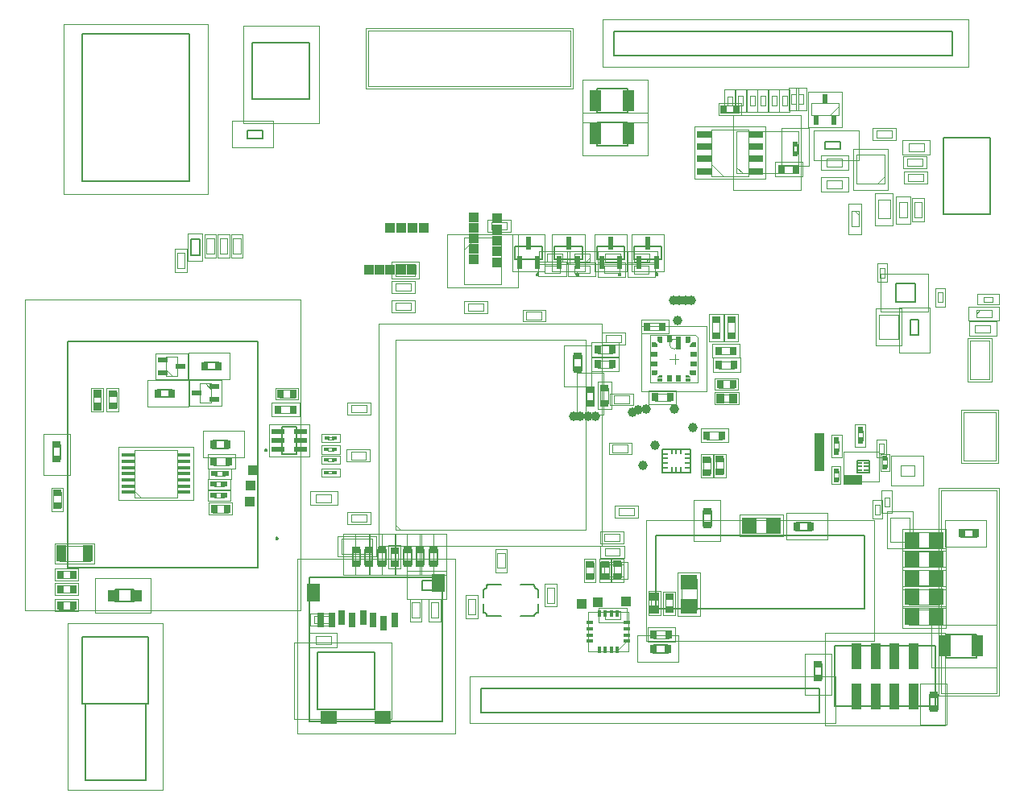
<source format=gbp>
%FSTAX23Y23*%
%MOIN*%
%SFA1B1*%

%IPPOS*%
%AMD154*
4,1,8,0.023800,0.011400,-0.023800,0.011400,-0.026600,0.008700,-0.026600,-0.008700,-0.023800,-0.011400,0.023800,-0.011400,0.026600,-0.008700,0.026600,0.008700,0.023800,0.011400,0.0*
1,1,0.005512,0.023800,0.008700*
1,1,0.005512,-0.023800,0.008700*
1,1,0.005512,-0.023800,-0.008700*
1,1,0.005512,0.023800,-0.008700*
%
%AMD156*
4,1,8,-0.011600,0.023200,-0.011600,-0.023200,-0.008900,-0.026000,0.008900,-0.026000,0.011600,-0.023200,0.011600,0.023200,0.008900,0.026000,-0.008900,0.026000,-0.011600,0.023200,0.0*
1,1,0.005512,-0.008900,0.023200*
1,1,0.005512,-0.008900,-0.023200*
1,1,0.005512,0.008900,-0.023200*
1,1,0.005512,0.008900,0.023200*
%
%ADD10C,0.007874*%
%ADD14C,0.003937*%
%ADD15C,0.005118*%
%ADD16C,0.007874*%
%ADD18C,0.000000*%
%ADD19C,0.001969*%
%ADD20R,0.031496X0.037401*%
%ADD21R,0.060236X0.025591*%
%ADD27R,0.039370X0.039370*%
%ADD29C,0.039370*%
%ADD33R,0.035433X0.025591*%
%ADD34R,0.023622X0.029527*%
%ADD36R,0.031496X0.037008*%
%ADD40R,0.037401X0.031496*%
%ADD43R,0.037008X0.031496*%
%ADD49R,0.025591X0.035433*%
%ADD50R,0.037008X0.031890*%
%ADD57R,0.029527X0.023622*%
%ADD136R,0.045275X0.045275*%
%ADD144R,0.062992X0.068898*%
%ADD145R,0.049212X0.090551*%
%ADD146R,0.068898X0.062992*%
%ADD147R,0.027559X0.019685*%
%ADD148R,0.019685X0.027559*%
%ADD149R,0.015748X0.019685*%
%ADD150R,0.019685X0.015748*%
%ADD151R,0.021654X0.027559*%
%ADD152R,0.021654X0.055118*%
%ADD153R,0.039370X0.108268*%
G04~CAMADD=154~8~0.0~0.0~531.5~228.3~27.6~0.0~15~0.0~0.0~0.0~0.0~0~0.0~0.0~0.0~0.0~0~0.0~0.0~0.0~0.0~531.5~228.3*
%ADD154D154*%
%ADD155R,0.019685X0.018898*%
G04~CAMADD=156~8~0.0~0.0~519.7~232.3~27.6~0.0~15~0.0~0.0~0.0~0.0~0~0.0~0.0~0.0~0.0~0~0.0~0.0~0.0~90.0~232.0~520.0*
%ADD156D156*%
%ADD157R,0.023622X0.041339*%
%ADD158R,0.058268X0.017716*%
%ADD159R,0.031496X0.059055*%
%ADD160R,0.055118X0.074803*%
%ADD161R,0.070866X0.055118*%
%ADD162R,0.027953X0.011811*%
%ADD163R,0.011811X0.027953*%
%ADD164R,0.018898X0.009843*%
%ADD165R,0.009843X0.018898*%
%ADD166R,0.020866X0.011024*%
%ADD167R,0.024409X0.023622*%
%ADD168R,0.024803X0.015748*%
%ADD169R,0.039370X0.021654*%
%ADD170R,0.042126X0.071653*%
%ADD171R,0.034252X0.040157*%
%ADD172R,0.040157X0.034252*%
%LNshm_pcb-1*%
%LPD*%
G36*
X02626Y01471D02*
X02619Y01464D01*
X02615*
Y01484*
X02626*
Y01471*
G37*
G36*
X02644Y01454D02*
X02625D01*
Y0146*
X02631Y01466*
X02644*
Y01454*
G37*
G36*
X02772Y01464D02*
X02766D01*
X0276Y0147*
Y01484*
X02772*
Y01464*
G37*
G36*
X02755Y01466D02*
X02762Y01459D01*
Y01454*
X02743*
Y01466*
X02755*
G37*
G36*
X02644Y016D02*
X02632D01*
X02625Y01607*
Y01612*
X02644*
Y016*
G37*
G36*
X02626Y01596D02*
Y01582D01*
X02615*
Y01602*
X0262*
X02626Y01596*
G37*
G36*
X02762Y01606D02*
X02756Y016D01*
X02743*
Y01612*
X02762*
Y01606*
G37*
G36*
X02772Y01582D02*
X0276D01*
X02761Y01595*
X02768Y01602*
X02772*
Y01582*
G37*
G54D10*
X01055Y0079D02*
D01*
X01055Y0079*
X01055Y00791*
X01055Y00791*
X01054Y00791*
X01054Y00791*
X01054Y00792*
X01054Y00792*
X01054Y00792*
X01054Y00792*
X01054Y00793*
X01054Y00793*
X01053Y00793*
X01053Y00793*
X01053Y00793*
X01053Y00793*
X01052Y00794*
X01052Y00794*
X01052Y00794*
X01052Y00794*
X01051Y00794*
X01051Y00794*
X01051Y00794*
X01051*
X0105Y00794*
X0105Y00794*
X0105Y00794*
X01049Y00794*
X01049Y00794*
X01049Y00794*
X01049Y00793*
X01048Y00793*
X01048Y00793*
X01048Y00793*
X01048Y00793*
X01048Y00793*
X01047Y00792*
X01047Y00792*
X01047Y00792*
X01047Y00792*
X01047Y00791*
X01047Y00791*
X01047Y00791*
X01047Y00791*
X01047Y0079*
X01047Y0079*
X01047Y0079*
X01047Y0079*
X01047Y00789*
X01047Y00789*
X01047Y00789*
X01047Y00788*
X01047Y00788*
X01047Y00788*
X01047Y00788*
X01048Y00788*
X01048Y00787*
X01048Y00787*
X01048Y00787*
X01048Y00787*
X01049Y00787*
X01049Y00787*
X01049Y00786*
X01049Y00786*
X0105Y00786*
X0105Y00786*
X0105Y00786*
X01051Y00786*
X01051*
X01051Y00786*
X01051Y00786*
X01052Y00786*
X01052Y00786*
X01052Y00786*
X01052Y00787*
X01053Y00787*
X01053Y00787*
X01053Y00787*
X01053Y00787*
X01054Y00787*
X01054Y00788*
X01054Y00788*
X01054Y00788*
X01054Y00788*
X01054Y00788*
X01054Y00789*
X01054Y00789*
X01055Y00789*
X01055Y0079*
X01055Y0079*
X01055Y0079*
X01009Y01156D02*
D01*
X01009Y01156*
X01009Y01157*
X01009Y01157*
X01009Y01157*
X01009Y01158*
X01009Y01158*
X01009Y01158*
X01009Y01158*
X01009Y01159*
X01008Y01159*
X01008Y01159*
X01008Y01159*
X01008Y01159*
X01008Y01159*
X01007Y0116*
X01007Y0116*
X01007Y0116*
X01007Y0116*
X01006Y0116*
X01006Y0116*
X01006Y0116*
X01006Y0116*
X01005*
X01005Y0116*
X01005Y0116*
X01004Y0116*
X01004Y0116*
X01004Y0116*
X01004Y0116*
X01003Y0116*
X01003Y01159*
X01003Y01159*
X01003Y01159*
X01003Y01159*
X01002Y01159*
X01002Y01159*
X01002Y01158*
X01002Y01158*
X01002Y01158*
X01002Y01158*
X01002Y01157*
X01002Y01157*
X01002Y01157*
X01001Y01156*
X01001Y01156*
X01001Y01156*
X01002Y01156*
X01002Y01155*
X01002Y01155*
X01002Y01155*
X01002Y01155*
X01002Y01154*
X01002Y01154*
X01002Y01154*
X01002Y01154*
X01003Y01153*
X01003Y01153*
X01003Y01153*
X01003Y01153*
X01003Y01153*
X01004Y01153*
X01004Y01153*
X01004Y01152*
X01004Y01152*
X01005Y01152*
X01005Y01152*
X01005Y01152*
X01006*
X01006Y01152*
X01006Y01152*
X01006Y01152*
X01007Y01152*
X01007Y01153*
X01007Y01153*
X01007Y01153*
X01008Y01153*
X01008Y01153*
X01008Y01153*
X01008Y01153*
X01008Y01154*
X01009Y01154*
X01009Y01154*
X01009Y01154*
X01009Y01155*
X01009Y01155*
X01009Y01155*
X01009Y01155*
X01009Y01156*
X01009Y01156*
X01009Y01156*
X02133Y01883D02*
D01*
X02133Y01883*
X02133Y01884*
X02132Y01884*
X02132Y01884*
X02132Y01884*
X02132Y01885*
X02132Y01885*
X02132Y01885*
X02132Y01885*
X02132Y01885*
X02131Y01886*
X02131Y01886*
X02131Y01886*
X02131Y01886*
X02131Y01886*
X0213Y01887*
X0213Y01887*
X0213Y01887*
X0213Y01887*
X02129Y01887*
X02129Y01887*
X02129Y01887*
X02128*
X02128Y01887*
X02128Y01887*
X02128Y01887*
X02127Y01887*
X02127Y01887*
X02127Y01887*
X02127Y01886*
X02126Y01886*
X02126Y01886*
X02126Y01886*
X02126Y01886*
X02126Y01885*
X02125Y01885*
X02125Y01885*
X02125Y01885*
X02125Y01885*
X02125Y01884*
X02125Y01884*
X02125Y01884*
X02125Y01884*
X02125Y01883*
X02125Y01883*
X02125Y01883*
X02125Y01882*
X02125Y01882*
X02125Y01882*
X02125Y01882*
X02125Y01881*
X02125Y01881*
X02125Y01881*
X02125Y01881*
X02126Y0188*
X02126Y0188*
X02126Y0188*
X02126Y0188*
X02126Y0188*
X02127Y0188*
X02127Y01879*
X02127Y01879*
X02127Y01879*
X02128Y01879*
X02128Y01879*
X02128Y01879*
X02128Y01879*
X02129*
X02129Y01879*
X02129Y01879*
X0213Y01879*
X0213Y01879*
X0213Y01879*
X0213Y01879*
X02131Y0188*
X02131Y0188*
X02131Y0188*
X02131Y0188*
X02131Y0188*
X02132Y0188*
X02132Y01881*
X02132Y01881*
X02132Y01881*
X02132Y01881*
X02132Y01882*
X02132Y01882*
X02132Y01882*
X02133Y01882*
X02133Y01883*
X02133Y01883*
X02298D02*
D01*
X02298Y01883*
X02298Y01884*
X02298Y01884*
X02298Y01884*
X02298Y01884*
X02298Y01885*
X02297Y01885*
X02297Y01885*
X02297Y01885*
X02297Y01885*
X02297Y01886*
X02297Y01886*
X02296Y01886*
X02296Y01886*
X02296Y01886*
X02296Y01887*
X02295Y01887*
X02295Y01887*
X02295Y01887*
X02295Y01887*
X02294Y01887*
X02294Y01887*
X02294*
X02294Y01887*
X02293Y01887*
X02293Y01887*
X02293Y01887*
X02293Y01887*
X02292Y01887*
X02292Y01886*
X02292Y01886*
X02292Y01886*
X02291Y01886*
X02291Y01886*
X02291Y01885*
X02291Y01885*
X02291Y01885*
X02291Y01885*
X0229Y01885*
X0229Y01884*
X0229Y01884*
X0229Y01884*
X0229Y01884*
X0229Y01883*
X0229Y01883*
X0229Y01883*
X0229Y01882*
X0229Y01882*
X0229Y01882*
X0229Y01882*
X0229Y01881*
X02291Y01881*
X02291Y01881*
X02291Y01881*
X02291Y0188*
X02291Y0188*
X02291Y0188*
X02292Y0188*
X02292Y0188*
X02292Y0188*
X02292Y01879*
X02293Y01879*
X02293Y01879*
X02293Y01879*
X02293Y01879*
X02294Y01879*
X02294Y01879*
X02294*
X02294Y01879*
X02295Y01879*
X02295Y01879*
X02295Y01879*
X02295Y01879*
X02296Y01879*
X02296Y0188*
X02296Y0188*
X02296Y0188*
X02297Y0188*
X02297Y0188*
X02297Y0188*
X02297Y01881*
X02297Y01881*
X02297Y01881*
X02298Y01881*
X02298Y01882*
X02298Y01882*
X02298Y01882*
X02298Y01882*
X02298Y01883*
X02298Y01883*
X02473D02*
D01*
X02473Y01883*
X02473Y01884*
X02473Y01884*
X02473Y01884*
X02473Y01884*
X02473Y01885*
X02473Y01885*
X02473Y01885*
X02472Y01885*
X02472Y01885*
X02472Y01886*
X02472Y01886*
X02472Y01886*
X02471Y01886*
X02471Y01886*
X02471Y01887*
X02471Y01887*
X0247Y01887*
X0247Y01887*
X0247Y01887*
X0247Y01887*
X02469Y01887*
X02469*
X02469Y01887*
X02469Y01887*
X02468Y01887*
X02468Y01887*
X02468Y01887*
X02467Y01887*
X02467Y01886*
X02467Y01886*
X02467Y01886*
X02467Y01886*
X02466Y01886*
X02466Y01885*
X02466Y01885*
X02466Y01885*
X02466Y01885*
X02466Y01885*
X02465Y01884*
X02465Y01884*
X02465Y01884*
X02465Y01884*
X02465Y01883*
X02465Y01883*
X02465Y01883*
X02465Y01882*
X02465Y01882*
X02465Y01882*
X02465Y01882*
X02466Y01881*
X02466Y01881*
X02466Y01881*
X02466Y01881*
X02466Y0188*
X02466Y0188*
X02467Y0188*
X02467Y0188*
X02467Y0188*
X02467Y0188*
X02467Y01879*
X02468Y01879*
X02468Y01879*
X02468Y01879*
X02469Y01879*
X02469Y01879*
X02469Y01879*
X02469*
X0247Y01879*
X0247Y01879*
X0247Y01879*
X0247Y01879*
X02471Y01879*
X02471Y01879*
X02471Y0188*
X02471Y0188*
X02472Y0188*
X02472Y0188*
X02472Y0188*
X02472Y0188*
X02472Y01881*
X02473Y01881*
X02473Y01881*
X02473Y01881*
X02473Y01882*
X02473Y01882*
X02473Y01882*
X02473Y01882*
X02473Y01883*
X02473Y01883*
X02626D02*
D01*
X02626Y01883*
X02626Y01884*
X02626Y01884*
X02626Y01884*
X02626Y01884*
X02626Y01885*
X02625Y01885*
X02625Y01885*
X02625Y01885*
X02625Y01885*
X02625Y01886*
X02625Y01886*
X02624Y01886*
X02624Y01886*
X02624Y01886*
X02624Y01887*
X02623Y01887*
X02623Y01887*
X02623Y01887*
X02623Y01887*
X02622Y01887*
X02622Y01887*
X02622*
X02622Y01887*
X02621Y01887*
X02621Y01887*
X02621Y01887*
X0262Y01887*
X0262Y01887*
X0262Y01886*
X0262Y01886*
X0262Y01886*
X02619Y01886*
X02619Y01886*
X02619Y01885*
X02619Y01885*
X02619Y01885*
X02618Y01885*
X02618Y01885*
X02618Y01884*
X02618Y01884*
X02618Y01884*
X02618Y01884*
X02618Y01883*
X02618Y01883*
X02618Y01883*
X02618Y01882*
X02618Y01882*
X02618Y01882*
X02618Y01882*
X02618Y01881*
X02618Y01881*
X02619Y01881*
X02619Y01881*
X02619Y0188*
X02619Y0188*
X02619Y0188*
X0262Y0188*
X0262Y0188*
X0262Y0188*
X0262Y01879*
X0262Y01879*
X02621Y01879*
X02621Y01879*
X02621Y01879*
X02622Y01879*
X02622Y01879*
X02622*
X02622Y01879*
X02623Y01879*
X02623Y01879*
X02623Y01879*
X02623Y01879*
X02624Y01879*
X02624Y0188*
X02624Y0188*
X02624Y0188*
X02625Y0188*
X02625Y0188*
X02625Y0188*
X02625Y01881*
X02625Y01881*
X02625Y01881*
X02626Y01881*
X02626Y01882*
X02626Y01882*
X02626Y01882*
X02626Y01882*
X02626Y01883*
X02626Y01883*
X00381Y00529D02*
Y00578D01*
X0046*
Y00529D02*
Y00578D01*
X00381Y00529D02*
X0046D01*
X03752Y00083D02*
X03784D01*
X03752D02*
Y00146D01*
X03784*
Y00083D02*
Y00146D01*
X03274Y00208D02*
X03305D01*
X03274D02*
Y00271D01*
X03305*
Y00208D02*
Y00271D01*
X03261Y00823D02*
Y00855D01*
X03198Y00823D02*
X03261D01*
X03198D02*
Y00855D01*
X03261*
X02816Y00843D02*
X02847D01*
X02816D02*
Y00906D01*
X02847*
Y00843D02*
Y00906D01*
X0382Y00393D02*
X03945D01*
X0382Y00295D02*
Y00393D01*
Y00295D02*
X03945D01*
Y00393*
X02375Y02651D02*
X02501D01*
X02375Y02553D02*
Y02651D01*
Y02553D02*
X02501D01*
Y02651*
X02375Y02513D02*
X02501D01*
X02375Y02415D02*
Y02513D01*
Y02415D02*
X02501D01*
Y02513*
X01895Y0007D02*
X03295D01*
X01895D02*
Y0017D01*
X03295*
Y0007D02*
Y0017D01*
X02446Y02789D02*
X03846D01*
X02446D02*
Y02889D01*
X03846*
Y02789D02*
Y02889D01*
X0262Y00803D02*
X03482D01*
X0262Y00499D02*
Y00803D01*
Y00499D02*
X03482D01*
Y00803*
X02311Y01485D02*
Y01548D01*
X0228D02*
X02311D01*
X0228Y01485D02*
Y01548D01*
Y01485D02*
X02311D01*
X02331Y01345D02*
Y01408D01*
Y01345D02*
X02363D01*
Y01408*
X02331D02*
X02363D01*
X00257Y-00213D02*
Y00105D01*
Y-00213D02*
X00507D01*
Y00105*
X00244D02*
Y00381D01*
X00519*
Y00105D02*
Y00381D01*
X00244Y00105D02*
X00519D01*
X03776Y00096D02*
Y00344D01*
X03357Y00096D02*
X03776D01*
X03357D02*
Y00344D01*
X03776*
X03881Y00795D02*
X03944D01*
Y00826*
X03881D02*
X03944D01*
X03881Y00795D02*
Y00826D01*
X03613Y01846D02*
X03692D01*
X03613Y01767D02*
Y01846D01*
Y01767D02*
X03692D01*
Y01846*
X03673Y01633D02*
X03704D01*
Y01696*
X03673D02*
X03704D01*
X03673Y01633D02*
Y01696D01*
X0122Y00318D02*
X01456D01*
Y00082D02*
Y00318D01*
X0122Y00082D02*
X01456D01*
X0122D02*
Y00318D01*
X03807Y02133D02*
Y02448D01*
X04003*
Y02133D02*
Y02448D01*
X03807Y02133D02*
X04003D01*
X03187Y02421D02*
X03206D01*
Y02381D02*
Y02421D01*
X03187Y02381D02*
X03206D01*
X03187D02*
Y02421D01*
X00687Y0227D02*
Y02877D01*
X00246D02*
X00687D01*
X00246Y0227D02*
Y02877D01*
Y0227D02*
X00687D01*
X0095Y02607D02*
Y02843D01*
X01186*
Y02607D02*
Y02843D01*
X0095Y02607D02*
X01186D01*
X0093Y02478D02*
X00993D01*
Y02446D02*
Y02478D01*
X0093Y02446D02*
X00993D01*
X0093D02*
Y02478D01*
X03383Y02401D02*
Y02433D01*
X0332D02*
X03383D01*
X0332Y02401D02*
Y02433D01*
Y02401D02*
X03383D01*
X00849Y01163D02*
Y01195D01*
X00786Y01163D02*
X00849D01*
X00786D02*
Y01195D01*
X00849*
X01185Y0063D02*
X01736D01*
Y00031D02*
Y0063D01*
X01185Y00031D02*
X01736D01*
X01185D02*
Y0063D01*
X0075Y01487D02*
X00812D01*
Y01518*
X0075D02*
X00812D01*
X0075Y01487D02*
Y01518D01*
X00125Y01117D02*
X00156D01*
X00125D02*
Y0118D01*
X00156*
Y01117D02*
Y0118D01*
X00619Y01374D02*
Y01405D01*
X00555Y01374D02*
X00619D01*
X00555D02*
Y01405D01*
X00619*
X02607Y00316D02*
X0267D01*
Y00348*
X02607D02*
X0267D01*
X02607Y00316D02*
Y00348D01*
X01627Y00681D02*
Y00744D01*
Y00681D02*
X01659D01*
Y00744*
X01627D02*
X01659D01*
X01683D02*
X01714D01*
Y00681D02*
Y00744D01*
X01683Y00681D02*
X01714D01*
X01683D02*
Y00744D01*
X01364D02*
X01395D01*
Y00681D02*
Y00744D01*
X01364Y00681D02*
X01395D01*
X01364D02*
Y00744D01*
X01576D02*
X01608D01*
Y00681D02*
Y00744D01*
X01576Y00681D02*
X01608D01*
X01576D02*
Y00744D01*
X02644Y0116D02*
X02762D01*
X02644Y01062D02*
Y0116D01*
Y01062D02*
X02762D01*
Y0116*
X01651Y00616D02*
X01714D01*
Y00576D02*
Y00616D01*
X01651Y00576D02*
X01714D01*
X01651D02*
Y00616D01*
X03451Y01063D02*
X03502D01*
X03451D02*
Y01111D01*
X03502*
Y01063D02*
Y01111D01*
X0147Y00681D02*
Y00744D01*
Y00681D02*
X01501D01*
Y00744*
X0147D02*
X01501D01*
X01415Y00681D02*
Y00744D01*
Y00681D02*
X01446D01*
Y00744*
X01415D02*
X01446D01*
G54D14*
X02713Y01596D02*
D01*
X02713Y01597*
X02713Y01599*
X02713Y016*
X02713Y01601*
X02712Y01603*
X02712Y01604*
X02711Y01605*
X0271Y01606*
X0271Y01608*
X02709Y01609*
X02708Y0161*
X02707Y01611*
X02706Y01611*
X02705Y01612*
X02703Y01613*
X02702Y01614*
X02701Y01614*
X027Y01615*
X02698Y01615*
X02697Y01615*
X02696Y01616*
X02694Y01616*
X02693*
X02692Y01616*
X0269Y01615*
X02689Y01615*
X02688Y01615*
X02686Y01614*
X02685Y01614*
X02684Y01613*
X02683Y01612*
X02681Y01611*
X0268Y01611*
X02679Y0161*
X02679Y01609*
X02678Y01608*
X02677Y01606*
X02676Y01605*
X02676Y01604*
X02675Y01603*
X02675Y01601*
X02674Y016*
X02674Y01599*
X02674Y01597*
X02674Y01596*
X02674Y01595*
X02674Y01593*
X02674Y01592*
X02675Y01591*
X02675Y01589*
X02676Y01588*
X02676Y01587*
X02677Y01586*
X02678Y01584*
X02679Y01583*
X02679Y01582*
X0268Y01581*
X02681Y0158*
X02683Y0158*
X02684Y01579*
X02685Y01578*
X02686Y01578*
X02688Y01577*
X02689Y01577*
X0269Y01577*
X02692Y01576*
X02693Y01576*
X02694*
X02696Y01576*
X02697Y01577*
X02698Y01577*
X027Y01577*
X02701Y01578*
X02702Y01578*
X02703Y01579*
X02705Y0158*
X02706Y0158*
X02707Y01581*
X02708Y01582*
X02709Y01583*
X0271Y01584*
X0271Y01586*
X02711Y01587*
X02712Y01588*
X02712Y01589*
X02713Y01591*
X02713Y01592*
X02713Y01593*
X02713Y01595*
X02713Y01596*
X01213Y00972D02*
X01276D01*
Y0094D02*
Y00972D01*
X01213Y0094D02*
X01276D01*
X01213D02*
Y00972D01*
X02992Y00811D02*
Y00874D01*
X03118*
Y00811D02*
Y00874D01*
X02992Y00811D02*
X03118D01*
X01826Y02035D02*
X0198D01*
Y01842D02*
Y02035D01*
X01826Y01842D02*
X0198D01*
X01826D02*
Y02035D01*
Y01985D02*
X01876Y02035D01*
X02527Y01886D02*
Y01918D01*
Y01886D02*
X0259D01*
Y01918*
X02527D02*
X0259D01*
X02577Y01936D02*
X02592Y01951D01*
Y01936D02*
Y01967D01*
X02529D02*
X02592D01*
X02529Y01936D02*
Y01967D01*
Y01936D02*
X02592D01*
X02409D02*
X02472D01*
X02409D02*
Y01967D01*
X02472*
Y01936D02*
Y01967D01*
X02456Y01936D02*
X02472Y01951D01*
X01541Y00844D02*
X01561Y00824D01*
X01541D02*
X02328D01*
Y01612*
X01541D02*
X02328D01*
X01541Y00824D02*
Y01612D01*
X02852Y01694D02*
X02883D01*
Y0163D02*
Y01694D01*
X02852Y0163D02*
X02883D01*
X02852D02*
Y01694D01*
X02915D02*
X02946D01*
Y0163D02*
Y01694D01*
X02915Y0163D02*
X02946D01*
X02915D02*
Y01694D01*
X0294Y01551D02*
Y01582D01*
X02877Y01551D02*
X0294D01*
X02877D02*
Y01582D01*
X0294*
X02942Y01492D02*
Y01523D01*
X02879Y01492D02*
X02942D01*
X02879D02*
Y01523D01*
X02942*
X02377Y01556D02*
Y01587D01*
X0244*
Y01556D02*
Y01587D01*
X02377Y01556D02*
X0244D01*
X02377Y01494D02*
Y01526D01*
X0244*
Y01494D02*
Y01526D01*
X02377Y01494D02*
X0244D01*
X0239Y01413D02*
X02422D01*
Y0135D02*
Y01413D01*
X0239Y0135D02*
X02422D01*
X0239D02*
Y01413D01*
X02677Y01358D02*
Y01389D01*
X02614Y01358D02*
X02677D01*
X02614D02*
Y01389D01*
X02677*
X02724Y00622D02*
X02787D01*
Y00496D02*
Y00622D01*
X02724Y00496D02*
X02787D01*
X02724D02*
Y00622D01*
X02792Y01435D02*
Y01623D01*
X02595Y01435D02*
X02792D01*
X02783Y01631D02*
X02792Y01623D01*
X02595Y01435D02*
Y01631D01*
X02783*
X03798Y00147D02*
X04027D01*
X03798D02*
Y00987D01*
X04027*
Y00147D02*
Y00987D01*
X03791Y00433D02*
Y00496D01*
X03665Y00433D02*
X03791D01*
X03665D02*
Y00496D01*
X03791*
Y00515D02*
Y00578D01*
X03665Y00515D02*
X03791D01*
X03665D02*
Y00578D01*
X03791*
Y00594D02*
Y00657D01*
X03665Y00594D02*
X03791D01*
X03665D02*
Y00657D01*
X03791*
Y00673D02*
Y00736D01*
X03665Y00673D02*
X03791D01*
X03665D02*
Y00736D01*
X03791*
Y00751D02*
Y00814D01*
X03665Y00751D02*
X03791D01*
X03665D02*
Y00814D01*
X03791*
X03664Y02393D02*
X03727D01*
X03664D02*
Y02424D01*
X03727*
Y02393D02*
Y02424D01*
X03669Y00775D02*
Y00874D01*
X0359Y00775D02*
X03669D01*
X0359D02*
Y00874D01*
X03669*
X03785Y01767D02*
Y01807D01*
X03805*
Y01767D02*
Y01807D01*
X03785Y01767D02*
X03805D01*
X03541Y01141D02*
Y01181D01*
X03561*
Y01141D02*
Y01181D01*
X03541Y01141D02*
X03561D01*
X0321Y02629D02*
X0323D01*
X0321Y0259D02*
Y02629D01*
Y0259D02*
X0323D01*
Y02629*
X03179D02*
X03198D01*
X03179Y0259D02*
Y02629D01*
Y0259D02*
X03198D01*
Y02629*
X01211Y00384D02*
X01274D01*
Y00353D02*
Y00384D01*
X01211Y00353D02*
X01274D01*
X01211D02*
Y00384D01*
X01206Y00468D02*
X01269D01*
Y00437D02*
Y00468D01*
X01206Y00437D02*
X01269D01*
X01206D02*
Y00468D01*
X03631Y01049D02*
Y01092D01*
X03687*
Y01049D02*
Y01092D01*
X03631Y01049D02*
X03687D01*
X03622Y01616D02*
Y01714D01*
X03543Y01616D02*
X03622D01*
X03543D02*
Y01714D01*
X03622*
X03545Y01909D02*
X03564D01*
X03545Y0187D02*
Y01909D01*
Y0187D02*
X03564D01*
Y01909*
Y0096D02*
X03584D01*
X03564Y00921D02*
Y0096D01*
Y00921D02*
X03584D01*
Y0096*
X03525Y00929D02*
X03545D01*
X03525Y00889D02*
Y00929D01*
Y00889D02*
X03545D01*
Y00929*
X03161Y02582D02*
Y02622D01*
X03141Y02582D02*
X03161D01*
X03141D02*
Y02622D01*
X03161*
X03531Y02448D02*
X03594D01*
X03531D02*
Y0248D01*
X03594*
Y02448D02*
Y0248D01*
X03538Y02114D02*
X03587D01*
Y02192*
X03538D02*
X03587D01*
X03538Y02114D02*
Y02192D01*
X03657Y02118D02*
Y02181D01*
X03625Y02118D02*
X03657D01*
X03625D02*
Y02181D01*
X03657*
X0087Y01968D02*
Y02031D01*
X00901*
Y01968D02*
Y02031D01*
X0087Y01968D02*
X00901D01*
X00814D02*
Y02031D01*
X00846*
Y01968D02*
Y02031D01*
X00814Y01968D02*
X00846D01*
X00791D02*
Y02031D01*
X00759Y01968D02*
X00791D01*
X00759D02*
Y02031D01*
X00791*
X00637Y01909D02*
X00669D01*
Y01972*
X00637D02*
X00669D01*
X00637Y01909D02*
Y01972D01*
X02848Y02339D02*
X02898Y02289D01*
X02848D02*
Y02482D01*
X03001*
Y02289D02*
Y02482D01*
X02848Y02289D02*
X03001D01*
X02893Y02551D02*
X02956D01*
Y02582*
X02893D02*
X02956D01*
X02893Y02551D02*
Y02582D01*
X02951Y02301D02*
Y02474D01*
X03207*
Y02301D02*
Y02474D01*
X02951Y02301D02*
X03207D01*
X02951Y02326D02*
X02977Y02301D01*
X0296Y02582D02*
X0298D01*
Y02622*
X0296D02*
X0298D01*
X0296Y02582D02*
Y02622D01*
X02915Y02581D02*
X02935D01*
Y0262*
X02915D02*
X02935D01*
X02915Y02581D02*
Y0262D01*
X03007Y02582D02*
X03027D01*
Y02622*
X03007D02*
X03027D01*
X03007Y02582D02*
Y02622D01*
X03052D02*
X03072D01*
X03052Y02582D02*
Y02622D01*
Y02582D02*
X03072D01*
Y02622*
X03097D02*
X03117D01*
X03097Y02582D02*
Y02622D01*
Y02582D02*
X03117D01*
Y02622*
X02409Y00456D02*
Y00488D01*
Y00456D02*
X02472D01*
Y00488*
X02409D02*
X02472D01*
X03326Y0224D02*
Y02271D01*
Y0224D02*
X03389D01*
Y02271*
X03326D02*
X03389D01*
X0372Y02118D02*
Y02181D01*
X03688Y02118D02*
X0372D01*
X03688D02*
Y02181D01*
X0372*
X03661Y02298D02*
X03724D01*
Y02267D02*
Y02298D01*
X03661Y02267D02*
X03724D01*
X03661D02*
Y02298D01*
X0366Y02362D02*
X03723D01*
Y02331D02*
Y02362D01*
X0366Y02331D02*
X03723D01*
X0366D02*
Y02362D01*
X03442Y02144D02*
X03458Y02128D01*
X03427Y02144D02*
X03458D01*
X03427Y02081D02*
Y02144D01*
Y02081D02*
X03458D01*
Y02144*
X03536Y02259D02*
X03565Y02288D01*
X03447Y02259D02*
X03565D01*
X03447D02*
Y02377D01*
X03565*
Y02259D02*
Y02377D01*
X02083Y01727D02*
X02146D01*
Y01696D02*
Y01727D01*
X02083Y01696D02*
X02146D01*
X02083D02*
Y01727D01*
X03338Y02541D02*
X03375Y02578D01*
X03261Y02541D02*
X03375D01*
X03261D02*
Y02592D01*
X03375*
Y02541D02*
Y02592D01*
X0079Y01092D02*
X00853D01*
Y01124*
X0079D02*
X00853D01*
X0079Y01092D02*
Y01124D01*
X00463Y00985D02*
X00489Y00959D01*
X00463D02*
Y01156D01*
X00637*
Y00959D02*
Y01156D01*
X00463Y00959D02*
X00637D01*
X00792Y00958D02*
Y00978D01*
X00831*
Y00958D02*
Y00978D01*
X00792Y00958D02*
X00831D01*
X01605Y01814D02*
Y01846D01*
X01542D02*
X01605D01*
X01542Y01814D02*
Y01846D01*
Y01814D02*
X01605D01*
X01622Y01874D02*
Y01924D01*
X01543D02*
X01622D01*
X01543Y01874D02*
Y01924D01*
Y01874D02*
X01622D01*
X01445Y00724D02*
Y00787D01*
X01319D02*
X01445D01*
X01319Y00724D02*
Y00787D01*
Y00724D02*
X01445D01*
X03326Y02362D02*
X03389D01*
Y0233D02*
Y02362D01*
X03326Y0233D02*
X03389D01*
X03326D02*
Y02362D01*
X00323Y01331D02*
Y01394D01*
X00291D02*
X00323D01*
X00291Y01331D02*
Y01394D01*
Y01331D02*
X00323D01*
X00355Y01396D02*
X00387D01*
Y01333D02*
Y01396D01*
X00355Y01333D02*
X00387D01*
X00355D02*
Y01396D01*
X00149Y00496D02*
Y00528D01*
X00212*
Y00496D02*
Y00528D01*
X00149Y00496D02*
X00212D01*
X00149Y00596D02*
X00212D01*
X00149Y00564D02*
Y00596D01*
Y00564D02*
X00212D01*
Y00596*
X00149Y00624D02*
X00212D01*
Y00655*
X00149D02*
X00212D01*
X00149Y00624D02*
Y00655D01*
X01124Y01373D02*
Y01404D01*
X01061Y01373D02*
X01124D01*
X01061D02*
Y01404D01*
X01124*
X02001Y02067D02*
Y02098D01*
X01938D02*
X02001D01*
X01938Y02067D02*
Y02098D01*
Y02067D02*
X02001D01*
X0233Y01936D02*
X02346Y01951D01*
Y01936D02*
Y01967D01*
X02283D02*
X02346D01*
X02283Y01936D02*
Y01967D01*
Y01936D02*
X02346D01*
X01118Y01307D02*
Y01339D01*
X01056Y01307D02*
X01118D01*
X01056D02*
Y01339D01*
X01118*
X02405Y00633D02*
X02484D01*
X02405D02*
Y00683D01*
X02484*
Y00633D02*
Y00683D01*
X0247Y00718D02*
Y0075D01*
X02407D02*
X0247D01*
X02407Y00718D02*
Y0075D01*
Y00718D02*
X0247D01*
X02406Y00777D02*
Y00809D01*
Y00777D02*
X02469D01*
Y00809*
X02406D02*
X02469D01*
X04003Y01641D02*
Y01673D01*
X0394D02*
X04003D01*
X0394Y01641D02*
Y01673D01*
Y01641D02*
X04003D01*
X02444Y0135D02*
Y01381D01*
Y0135D02*
X02507D01*
Y01381*
X02444D02*
X02507D01*
X0261Y00407D02*
X02673D01*
X0261Y00375D02*
Y00407D01*
Y00375D02*
X02673D01*
Y00407*
X02645Y01651D02*
Y01682D01*
X02582Y01651D02*
X02645D01*
X02582D02*
Y01682D01*
X02645*
X02266Y02663D02*
Y02892D01*
X01427Y02663D02*
X02266D01*
X01427D02*
Y02892D01*
X02266*
X0392Y0145D02*
X03998D01*
X0392D02*
Y01608D01*
X03998*
Y0145D02*
Y01608D01*
X00795Y01048D02*
X00835D01*
Y01067*
X00795D02*
X00835D01*
X00795Y01048D02*
Y01067D01*
X03944Y01736D02*
X04007D01*
Y01704D02*
Y01736D01*
X03944Y01704D02*
X04007D01*
X03944D02*
Y01736D01*
Y0172D02*
X0396Y01736D01*
X04013Y01769D02*
Y01789D01*
X03974D02*
X04013D01*
X03974Y01769D02*
Y01789D01*
Y01769D02*
X04013D01*
X00792Y01004D02*
X00831D01*
Y01024*
X00792D02*
X00831D01*
X00792Y01004D02*
Y01024D01*
X02405Y01887D02*
Y01918D01*
Y01887D02*
X02468D01*
Y01918*
X02405D02*
X02468D01*
X02158Y0192D02*
X02221D01*
Y01889D02*
Y0192D01*
X02158Y01889D02*
X02221D01*
X02158D02*
Y0192D01*
X02281Y01919D02*
X02344D01*
Y01888D02*
Y01919D01*
X02281Y01888D02*
X02344D01*
X02281D02*
Y01919D01*
X01688Y00524D02*
X0172D01*
X01688Y00461D02*
Y00524D01*
Y00461D02*
X0172D01*
Y00524*
X0161D02*
X01641D01*
X0161Y00461D02*
Y00524D01*
Y00461D02*
X01641D01*
Y00524*
X01872Y00475D02*
Y00538D01*
X01841Y00475D02*
X01872D01*
X01841D02*
Y00538D01*
X01872*
X03455Y01196D02*
Y01235D01*
Y01196D02*
X03474D01*
Y01235*
X03455D02*
X03474D01*
X03355Y01152D02*
Y01192D01*
Y01152D02*
X03375D01*
Y01192*
X03355D02*
X03375D01*
X03575Y01084D02*
Y01124D01*
X03555D02*
X03575D01*
X03555Y01084D02*
Y01124D01*
Y01084D02*
X03575D01*
X03354Y01031D02*
X03374D01*
X03354D02*
Y0107D01*
X03374*
Y01031D02*
Y0107D01*
X01261Y01109D02*
Y01121D01*
X01284*
Y01109D02*
Y01121D01*
X01261Y01109D02*
X01284D01*
X01261Y01152D02*
Y01164D01*
X01284*
Y01152D02*
Y01164D01*
X01261Y01152D02*
X01284D01*
X02829Y012D02*
Y01232D01*
X02892*
Y012D02*
Y01232D01*
X02829Y012D02*
X02892D01*
X01261Y01198D02*
Y0121D01*
X01285*
Y01198D02*
Y0121D01*
X01261Y01198D02*
X01285D01*
X01261Y01057D02*
Y01068D01*
X01285*
Y01057D02*
Y01068D01*
X01261Y01057D02*
X01285D01*
X02868Y01059D02*
Y01122D01*
Y01059D02*
X02899D01*
Y01122*
X02868D02*
X02899D01*
X02814Y01058D02*
Y01121D01*
Y01058D02*
X02845D01*
Y01121*
X02814D02*
X02845D01*
X03137Y02334D02*
X032D01*
X03137Y02303D02*
Y02334D01*
Y02303D02*
X032D01*
Y02334*
X00731Y01431D02*
X0078D01*
X00731Y01352D02*
Y01431D01*
Y01352D02*
X0078D01*
Y01431*
X00754D02*
X0078Y01405D01*
X00591Y01462D02*
X0064D01*
Y01541*
X00591D02*
X0064D01*
X00591Y01462D02*
Y01541D01*
Y01488D02*
X00617Y01462D01*
X04025Y01111D02*
Y01311D01*
X03892D02*
X04025D01*
X03892Y01111D02*
Y01311D01*
Y01111D02*
X04025D01*
X00125Y00982D02*
X00157D01*
Y00919D02*
Y00982D01*
X00125Y00919D02*
X00157D01*
X00125D02*
Y00982D01*
X00786Y00896D02*
Y00928D01*
X00849*
Y00896D02*
Y00928D01*
X00786Y00896D02*
X00849D01*
X00151Y00695D02*
X00277D01*
Y00758*
X00151D02*
X00277D01*
X00151Y00695D02*
Y00758D01*
X01521Y00681D02*
X01553D01*
X01521D02*
Y00744D01*
X01553*
Y00681D02*
Y00744D01*
X02168Y01936D02*
X02231D01*
X02168D02*
Y01967D01*
X02231*
Y01936D02*
Y01967D01*
X02215Y01936D02*
X02231Y01951D01*
X02169Y00523D02*
Y00586D01*
X022*
Y00523D02*
Y00586D01*
X02169Y00523D02*
X022D01*
X01842Y01763D02*
X01905D01*
Y01732D02*
Y01763D01*
X01842Y01732D02*
X01905D01*
X01842D02*
Y01763D01*
X02413Y01633D02*
X02476D01*
Y01602D02*
Y01633D01*
X02413Y01602D02*
X02476D01*
X02413D02*
Y01633D01*
X0244Y01177D02*
X02503D01*
Y01145D02*
Y01177D01*
X0244Y01145D02*
X02503D01*
X0244D02*
Y01177D01*
X01994Y00667D02*
Y0073D01*
X01963Y00667D02*
X01994D01*
X01963D02*
Y0073D01*
X01994*
X02466Y00916D02*
X02529D01*
Y00885D02*
Y00916D01*
X02466Y00885D02*
X02529D01*
X02466D02*
Y00916D01*
X01542Y01735D02*
Y01766D01*
Y01735D02*
X01605D01*
Y01766*
X01542D02*
X01605D01*
X01421Y01311D02*
Y01342D01*
X01358D02*
X01421D01*
X01358Y01311D02*
Y01342D01*
Y01311D02*
X01421D01*
X0142Y01116D02*
Y01148D01*
X01357D02*
X0142D01*
X01357Y01116D02*
Y01148D01*
Y01116D02*
X0142D01*
X01421Y00858D02*
Y00889D01*
X01358D02*
X01421D01*
X01358Y00858D02*
Y00889D01*
Y00858D02*
X01421D01*
X02879Y01444D02*
X02942D01*
X02879Y01413D02*
Y01444D01*
Y01413D02*
X02942D01*
Y01444*
Y01354D02*
Y01385D01*
X02879Y01354D02*
X02942D01*
X02879D02*
Y01385D01*
X02942*
X02444Y00627D02*
X02476D01*
X02444D02*
Y00689D01*
X02476*
Y00627D02*
Y00689D01*
X02393Y00625D02*
X02425D01*
X02393D02*
Y00688D01*
X02425*
Y00625D02*
Y00688D01*
X0233Y00625D02*
X02362D01*
X0233D02*
Y00688D01*
X02362*
Y00625D02*
Y00688D01*
X0269Y0049D02*
Y00553D01*
X02659D02*
X0269D01*
X02659Y0049D02*
Y00553D01*
Y0049D02*
X0269D01*
X02597Y00553D02*
X02629D01*
Y0049D02*
Y00553D01*
X02597Y0049D02*
X02629D01*
X02597D02*
Y00553D01*
X0258Y00366D02*
X03521D01*
X0258D02*
Y00865D01*
X03521*
Y00366D02*
Y00865D01*
X02674Y01533D02*
X02713D01*
X02699Y01511D02*
Y01551D01*
X00185Y-00253D02*
Y0044D01*
X00578*
Y-00253D02*
Y0044D01*
X00185Y-00253D02*
X00578D01*
X03816Y00015D02*
Y00397D01*
X03318Y00015D02*
X03816D01*
X03318D02*
Y00397D01*
X03816*
X03548Y01885D02*
X03744D01*
X03548Y01728D02*
Y01885D01*
Y01728D02*
X03744D01*
Y01885*
X01122Y00358D02*
X01525D01*
Y00043D02*
Y00358D01*
X01122Y00043D02*
X01525D01*
X01122D02*
Y00358D01*
X03592Y01009D02*
Y01131D01*
X03726*
Y01009D02*
Y01131D01*
X03592Y01009D02*
X03726D01*
X00766Y02214D02*
Y02917D01*
X00167D02*
X00766D01*
X00167Y02214D02*
Y02917D01*
Y02214D02*
X00766D01*
X00911Y02508D02*
Y02912D01*
X01225*
Y02508D02*
Y02912D01*
X00911Y02508D02*
X01225D01*
X01135Y-00019D02*
X01787D01*
Y00705*
X01135D02*
X01787D01*
X01135Y-00019D02*
Y00705D01*
X01588Y00655D02*
X01753D01*
Y00537D02*
Y00655D01*
X01588Y00537D02*
X01753D01*
X01588D02*
Y00655D01*
X03396Y01024D02*
X03541D01*
X03396D02*
Y0115D01*
X03541*
Y01024D02*
Y0115D01*
G54D15*
X00184Y00669D02*
X00973D01*
X00184D02*
Y01604D01*
X00973*
Y00669D02*
Y01604D01*
X01072Y01251D02*
X01131D01*
Y01137D02*
Y01251D01*
X01072Y01137D02*
X01131D01*
X01072D02*
Y01251D01*
X00694Y02028D02*
X00731D01*
X00694Y01963D02*
X00731D01*
Y02028*
X00694Y01963D02*
Y02028D01*
X02034Y01946D02*
X02149D01*
X02034D02*
Y01997D01*
X02149*
Y01946D02*
Y01997D01*
X02314Y01946D02*
Y01997D01*
X02199D02*
X02314D01*
X02199Y01946D02*
Y01997D01*
Y01946D02*
X02314D01*
X02489D02*
Y01997D01*
X02374D02*
X02489D01*
X02374Y01946D02*
Y01997D01*
Y01946D02*
X02489D01*
X02642D02*
Y01997D01*
X02527D02*
X02642D01*
X02527Y01946D02*
Y01997D01*
Y01946D02*
X02642D01*
G54D16*
X01904Y0058D02*
D01*
X01905Y0058*
X01906Y0058*
X01907Y0058*
X01908Y0058*
X0191Y00581*
X01911Y00581*
X01912Y00582*
X01913Y00582*
X01914Y00583*
X01915Y00584*
X01916Y00585*
X01916Y00585*
X01917Y00586*
X01918Y00587*
X01918Y00588*
X01919Y00589*
X0192Y0059*
X0192Y00592*
X0192Y00593*
X01921Y00594*
X01921Y00595*
X01921Y00596*
X0192Y00597*
X02115D02*
D01*
X02115Y00596*
X02115Y00594*
X02116Y00593*
X02116Y00592*
X02116Y00591*
X02117Y0059*
X02117Y00589*
X02118Y00588*
X02118Y00587*
X02119Y00586*
X0212Y00585*
X02121Y00584*
X02122Y00583*
X02123Y00583*
X02124Y00582*
X02125Y00582*
X02126Y00581*
X02127Y00581*
X02128Y0058*
X02129Y0058*
X0213Y0058*
X02132Y0058*
X02132Y0058*
Y00483D02*
D01*
X02131Y00483*
X0213Y00483*
X02129Y00483*
X02128Y00483*
X02126Y00482*
X02125Y00482*
X02124Y00481*
X02123Y00481*
X02122Y0048*
X02121Y00479*
X0212Y00479*
X0212Y00478*
X02119Y00477*
X02118Y00476*
X02118Y00475*
X02117Y00474*
X02116Y00473*
X02116Y00472*
X02116Y00471*
X02116Y00469*
X02115Y00468*
X02115Y00467*
X02115Y00467*
X0192D02*
D01*
X0192Y00468*
X0192Y00469*
X0192Y0047*
X0192Y00471*
X01919Y00473*
X01919Y00474*
X01918Y00475*
X01918Y00476*
X01917Y00477*
X01916Y00478*
X01916Y00479*
X01915Y00479*
X01914Y0048*
X01913Y00481*
X01912Y00481*
X01911Y00482*
X0191Y00483*
X01909Y00483*
X01908Y00483*
X01906Y00483*
X01905Y00484*
X01904Y00484*
X01904Y00483*
X0192Y00597D02*
X01977D01*
X02059D02*
X02115D01*
X02132Y00544D02*
Y0058D01*
Y00483D02*
Y0052D01*
X02059Y00467D02*
X02115D01*
X0192D02*
X01977D01*
X01904Y00483D02*
Y0052D01*
Y00544D02*
Y0058D01*
G54D18*
X0234Y00321D02*
X02504D01*
Y00485*
X0234D02*
X02504D01*
X0234Y00321D02*
Y00485D01*
X02454D02*
X02466D01*
X02429D02*
X02441D01*
X02403D02*
X02415D01*
X02378D02*
X0239D01*
X0234Y00435D02*
Y00447D01*
Y0041D02*
Y00422D01*
Y00384D02*
Y00396D01*
Y00359D02*
Y00371D01*
X02378Y00321D02*
X0239D01*
X02403D02*
X02415D01*
X02429D02*
X02441D01*
X02454D02*
X02466D01*
X02504Y00359D02*
Y00371D01*
Y00384D02*
Y00396D01*
Y0041D02*
Y00422D01*
Y00435D02*
Y00447D01*
X02454Y00321D02*
X02504Y00371D01*
G54D19*
X00298Y00482D02*
Y00625D01*
X00529*
Y00482D02*
Y00625D01*
X00298Y00482D02*
X00529D01*
X01187Y00986D02*
X01302D01*
Y00927D02*
Y00986D01*
X01187Y00927D02*
X01302D01*
X01187D02*
Y00986D01*
X02964Y00797D02*
Y00887D01*
X03145*
Y00797D02*
Y00887D01*
X02964Y00797D02*
X03145D01*
X03713Y00017D02*
X03823D01*
X03713D02*
Y00188D01*
X03823*
Y00017D02*
Y00188D01*
X03235Y00142D02*
X03345D01*
X03235D02*
Y00312D01*
X03345*
Y00142D02*
Y00312D01*
X03327Y00784D02*
Y00894D01*
X03157Y00784D02*
X03327D01*
X03157D02*
Y00894D01*
X03327*
X02776Y00777D02*
X02886D01*
X02776D02*
Y00948D01*
X02886*
Y00777D02*
Y00948D01*
X03758Y00433D02*
X04029D01*
X03758Y00255D02*
Y00433D01*
Y00255D02*
X04029D01*
Y00433*
X02314Y0269D02*
X02584D01*
X02314Y02513D02*
Y0269D01*
Y02513D02*
X02584D01*
Y0269*
X02314Y02553D02*
X02584D01*
X02314Y02375D02*
Y02553D01*
Y02375D02*
X02584D01*
Y02553*
X01756Y02047D02*
X0205D01*
Y0183D02*
Y02047D01*
X01756Y0183D02*
X0205D01*
X01756D02*
Y02047D01*
X02501Y01872D02*
Y01931D01*
Y01872D02*
X02616D01*
Y01931*
X02501D02*
X02616D01*
X02624Y01924D02*
Y01979D01*
X02498D02*
X02624D01*
X02498Y01924D02*
Y01979D01*
Y01924D02*
X02624D01*
X02377D02*
X02503D01*
X02377D02*
Y01979D01*
X02503*
Y01924D02*
Y01979D01*
X01848Y00024D02*
X03361D01*
X01848D02*
Y00218D01*
X03361*
Y00024D02*
Y00218D01*
X02399Y02742D02*
X03912D01*
X02399D02*
Y02937D01*
X03912*
Y02742D02*
Y02937D01*
X01473Y00757D02*
X02396D01*
Y01679*
X01473D02*
X02396D01*
X01473Y00757D02*
Y01679D01*
X02838Y01719D02*
X02897D01*
Y01605D02*
Y01719D01*
X02838Y01605D02*
X02897D01*
X02838D02*
Y01719D01*
X02901D02*
X0296D01*
Y01605D02*
Y01719D01*
X02901Y01605D02*
X0296D01*
X02901D02*
Y01719D01*
X02966Y01537D02*
Y01596D01*
X02852Y01537D02*
X02966D01*
X02852D02*
Y01596D01*
X02966*
X02968Y01478D02*
Y01537D01*
X02854Y01478D02*
X02968D01*
X02854D02*
Y01537D01*
X02968*
X02352Y01542D02*
Y01601D01*
X02466*
Y01542D02*
Y01601D01*
X02352Y01542D02*
X02466D01*
X02352Y01481D02*
Y0154D01*
X02466*
Y01481D02*
Y0154D01*
X02352Y01481D02*
X02466D01*
X02351Y01419D02*
Y01589D01*
X0224D02*
X02351D01*
X0224Y01419D02*
Y01589D01*
Y01419D02*
X02351D01*
X02292Y01303D02*
Y01474D01*
Y01303D02*
X02402D01*
Y01474*
X02292D02*
X02402D01*
X02377Y01438D02*
X02436D01*
Y01324D02*
Y01438D01*
X02377Y01324D02*
X02436D01*
X02377D02*
Y01438D01*
X02702Y01344D02*
Y01403D01*
X02588Y01344D02*
X02702D01*
X02588D02*
Y01403D01*
X02702*
X0271Y0065D02*
X02801D01*
Y00468D02*
Y0065D01*
X0271Y00468D02*
X02801D01*
X0271D02*
Y0065D01*
X01149Y00493D02*
Y0178D01*
X00007D02*
X01149D01*
X00007Y00493D02*
Y0178D01*
Y00493D02*
X01149D01*
X02827Y01399D02*
Y01667D01*
X0256Y01399D02*
Y01667D01*
X02827*
X0256Y01399D02*
X02827D01*
X03788Y00137D02*
X04037D01*
X03788D02*
Y00997D01*
X04037*
Y00137D02*
Y00997D01*
X03818Y00419D02*
Y00509D01*
X03637Y00419D02*
X03818D01*
X03637D02*
Y00509D01*
X03818*
Y00501D02*
Y00592D01*
X03637Y00501D02*
X03818D01*
X03637D02*
Y00592D01*
X03818*
Y0058D02*
Y00671D01*
X03637Y0058D02*
X03818D01*
X03637D02*
Y00671D01*
X03818*
Y00659D02*
Y0075D01*
X03637Y00659D02*
X03818D01*
X03637D02*
Y0075D01*
X03818*
X03816Y00755D02*
X03986D01*
Y00866*
X03816D02*
X03986D01*
X03816Y00755D02*
Y00866D01*
X03818Y00738D02*
Y00828D01*
X03637Y00738D02*
X03818D01*
X03637D02*
Y00828D01*
X03818*
X01018Y01127D02*
X01184D01*
Y01261*
X01018D02*
X01184D01*
X01018Y01127D02*
Y01261D01*
X03639Y02379D02*
X03753D01*
X03639D02*
Y02438D01*
X03753*
Y02379D02*
Y02438D01*
X03683Y00747D02*
Y00902D01*
X03576Y00747D02*
X03683D01*
X03576D02*
Y00902D01*
X03683*
X03775Y01749D02*
Y01824D01*
X03815*
Y01749D02*
Y01824D01*
X03775Y01749D02*
X03815D01*
X03531Y01124D02*
Y01198D01*
X03571*
Y01124D02*
Y01198D01*
X03531Y01124D02*
X03571D01*
X03625Y01559D02*
X03751D01*
Y01746*
X03625D02*
X03751D01*
X03625Y01559D02*
Y01746D01*
X03198Y02656D02*
X03242D01*
X03198Y02563D02*
Y02656D01*
Y02563D02*
X03242D01*
Y02656*
X03167D02*
X0321D01*
X03167Y02563D02*
Y02656D01*
Y02563D02*
X0321D01*
Y02656*
X01185Y00398D02*
X013D01*
Y00339D02*
Y00398D01*
X01185Y00339D02*
X013D01*
X01185D02*
Y00398D01*
X0119Y00477D02*
X01286D01*
Y00428D02*
Y00477D01*
X0119Y00428D02*
X01286D01*
X0119D02*
Y00477D01*
X03635Y01587D02*
Y01743D01*
X03529Y01587D02*
X03635D01*
X03529D02*
Y01743D01*
X03635*
X03535Y01927D02*
X03575D01*
X03535Y01851D02*
Y01927D01*
Y01851D02*
X03575D01*
Y01927*
X03553Y00987D02*
X03596D01*
X03553Y00894D02*
Y00987D01*
Y00894D02*
X03596D01*
Y00987*
X03515Y00947D02*
X03555D01*
X03515Y00872D02*
Y00947D01*
Y00872D02*
X03555D01*
Y00947*
X03173Y02556D02*
Y02648D01*
X03129Y02556D02*
X03173D01*
X03129D02*
Y02648D01*
X03173*
X03514Y0244D02*
X03611D01*
X03514D02*
Y02488D01*
X03611*
Y0244D02*
Y02488D01*
X03525Y02086D02*
X036D01*
Y0222*
X03525D02*
X036D01*
X03525Y02086D02*
Y0222D01*
X03671Y02092D02*
Y02206D01*
X03612Y02092D02*
X03671D01*
X03612D02*
Y02206D01*
X03671*
X00861Y01951D02*
Y02048D01*
X0091*
Y01951D02*
Y02048D01*
X00861Y01951D02*
X0091D01*
X00806D02*
Y02048D01*
X00855*
Y01951D02*
Y02048D01*
X00806Y01951D02*
X00855D01*
X008D02*
Y02048D01*
X00751Y01951D02*
X008D01*
X00751D02*
Y02048D01*
X008*
X00683Y01939D02*
X00741D01*
X00683Y02052D02*
X00741D01*
Y01939D02*
Y02052D01*
X00683Y01939D02*
Y02052D01*
X00629Y01892D02*
X00677D01*
Y01988*
X00629D02*
X00677D01*
X00629Y01892D02*
Y01988D01*
X02778Y02277D02*
Y02494D01*
X03072*
Y02277D02*
Y02494D01*
X02778Y02277D02*
X03072D01*
X02877Y02542D02*
X02973D01*
Y02591*
X02877D02*
X02973D01*
X02877Y02542D02*
Y02591D01*
X03139Y02488D02*
X03253D01*
Y02332D02*
Y02488D01*
X03139Y02332D02*
X03253D01*
X03139D02*
Y02488D01*
X0294Y02233D02*
Y02542D01*
X03219*
Y02233D02*
Y02542D01*
X0294Y02233D02*
X03219D01*
X02948Y02556D02*
X02992D01*
Y02648*
X02948D02*
X02992D01*
X02948Y02556D02*
Y02648D01*
X02903Y02555D02*
X02946D01*
Y02647*
X02903D02*
X02946D01*
X02903Y02555D02*
Y02647D01*
X02996Y02556D02*
X03039D01*
Y02648*
X02996D02*
X03039D01*
X02996Y02556D02*
Y02648D01*
X0304D02*
X03083D01*
X0304Y02556D02*
Y02648D01*
Y02556D02*
X03083D01*
Y02648*
X03085D02*
X03128D01*
X03085Y02556D02*
Y02648D01*
Y02556D02*
X03128D01*
Y02648*
X00864Y02517D02*
X01035D01*
Y02407D02*
Y02517D01*
X00864Y02407D02*
X01035D01*
X00864D02*
Y02517D01*
X02383Y00442D02*
Y00501D01*
Y00442D02*
X02498D01*
Y00501*
X02383D02*
X02498D01*
X03301Y02226D02*
Y02285D01*
Y02226D02*
X03415D01*
Y02285*
X03301D02*
X03415D01*
X03457Y02354D02*
Y0248D01*
X03271D02*
X03457D01*
X03271Y02354D02*
Y0248D01*
Y02354D02*
X03457D01*
X03729Y02101D02*
Y02198D01*
X0368Y02101D02*
X03729D01*
X0368D02*
Y02198D01*
X03729*
X03645Y02307D02*
X03741D01*
Y02258D02*
Y02307D01*
X03645Y02258D02*
X03741D01*
X03645D02*
Y02307D01*
X03643Y02371D02*
X0374D01*
Y02322D02*
Y02371D01*
X03643Y02322D02*
X0374D01*
X03643D02*
Y02371D01*
X03415Y02175D02*
X0347D01*
X03415Y02049D02*
Y02175D01*
Y02049D02*
X0347D01*
Y02175*
X03434Y02233D02*
X03578D01*
X03434D02*
Y02403D01*
X03578*
Y02233D02*
Y02403D01*
X02067Y01736D02*
X02162D01*
Y01687D02*
Y01736D01*
X02067Y01687D02*
X02162D01*
X02067D02*
Y01736D01*
X02024Y01896D02*
X02159D01*
X02024D02*
Y02047D01*
X02159*
Y01896D02*
Y02047D01*
X0325Y02493D02*
X03387D01*
X0325D02*
Y0264D01*
X03387*
Y02493D02*
Y0264D01*
X00764Y01079D02*
X00878D01*
Y01138*
X00764D02*
X00878D01*
X00764Y01079D02*
Y01138D01*
X00396Y00947D02*
Y01168D01*
X00705*
Y00947D02*
Y01168D01*
X00396Y00947D02*
X00705D01*
X00915Y01124D02*
Y01234D01*
X00745Y01124D02*
X00915D01*
X00745D02*
Y01234D01*
X00915*
X00765Y00946D02*
Y0099D01*
X00858*
Y00946D02*
Y0099D01*
X00765Y00946D02*
X00858D01*
X01621Y01806D02*
Y01855D01*
X01525D02*
X01621D01*
X01525Y01806D02*
Y01855D01*
Y01806D02*
X01621D01*
X0164Y01864D02*
Y01934D01*
X01525D02*
X0164D01*
X01525Y01864D02*
Y01934D01*
Y01864D02*
X0164D01*
X01463Y00714D02*
Y00798D01*
X01301D02*
X01463D01*
X01301Y00714D02*
Y00798D01*
Y00714D02*
X01463D01*
X03301Y02375D02*
X03415D01*
Y02316D02*
Y02375D01*
X03301Y02316D02*
X03415D01*
X03301D02*
Y02375D01*
X00684Y01448D02*
X00854D01*
Y01558*
X00684D02*
X00854D01*
X00684Y01448D02*
Y01558D01*
X00331Y01314D02*
Y01411D01*
X00283D02*
X00331D01*
X00283Y01314D02*
Y01411D01*
Y01314D02*
X00331D01*
X00346Y01412D02*
X00395D01*
Y01316D02*
Y01412D01*
X00346Y01316D02*
X00395D01*
X00346D02*
Y01412D01*
X00085Y01051D02*
X00196D01*
X00085D02*
Y01222D01*
X00196*
Y01051D02*
Y01222D01*
X00685Y01334D02*
Y01444D01*
X00514Y01334D02*
X00685D01*
X00514D02*
Y01444D01*
X00685*
X00133Y00488D02*
Y00537D01*
X00229*
Y00488D02*
Y00537D01*
X00133Y00488D02*
X00229D01*
X00133Y00605D02*
X00229D01*
X00133Y00556D02*
Y00605D01*
Y00556D02*
X00229D01*
Y00605*
X00133Y00615D02*
X00229D01*
Y00664*
X00133D02*
X00229D01*
X00133Y00615D02*
Y00664D01*
X0114Y01364D02*
Y01413D01*
X01044Y01364D02*
X0114D01*
X01044D02*
Y01413D01*
X0114*
X02018Y02058D02*
Y02107D01*
X01922D02*
X02018D01*
X01922Y02058D02*
Y02107D01*
Y02058D02*
X02018D01*
X02377Y01924D02*
Y01979D01*
X02251D02*
X02377D01*
X02251Y01924D02*
Y01979D01*
Y01924D02*
X02377D01*
X01144Y01294D02*
Y01353D01*
X0103Y01294D02*
X01144D01*
X0103D02*
Y01353D01*
X01144*
X02387Y00623D02*
X02502D01*
X02387D02*
Y00693D01*
X02502*
Y00623D02*
Y00693D01*
X02487Y00709D02*
Y00758D01*
X0239D02*
X02487D01*
X0239Y00709D02*
Y00758D01*
Y00709D02*
X02487D01*
X0239Y00768D02*
Y00817D01*
Y00768D02*
X02486D01*
Y00817*
X0239D02*
X02486D01*
X02541Y00277D02*
X02711D01*
Y00387*
X02541D02*
X02711D01*
X02541Y00277D02*
Y00387D01*
X01588Y0064D02*
Y0081D01*
Y0064D02*
X01698D01*
Y0081*
X01588D02*
X01698D01*
X01643D02*
X01753D01*
Y0064D02*
Y0081D01*
X01643Y0064D02*
X01753D01*
X01643D02*
Y0081D01*
X01324D02*
X01435D01*
Y0064D02*
Y0081D01*
X01324Y0064D02*
X01435D01*
X01324D02*
Y0081D01*
X01537D02*
X01647D01*
Y0064D02*
Y0081D01*
X01537Y0064D02*
X01647D01*
X01537D02*
Y0081D01*
X04029Y01627D02*
Y01687D01*
X03915D02*
X04029D01*
X03915Y01627D02*
Y01687D01*
Y01627D02*
X04029D01*
X02428Y01341D02*
Y0139D01*
Y01341D02*
X02524D01*
Y0139*
X02428D02*
X02524D01*
X02584Y00421D02*
X02698D01*
X02584Y00362D02*
Y00421D01*
Y00362D02*
X02698D01*
Y00421*
X02671Y01637D02*
Y01696D01*
X02557Y01637D02*
X02671D01*
X02557D02*
Y01696D01*
X02671*
X02276Y02653D02*
Y02901D01*
X01417Y02653D02*
X02276D01*
X01417D02*
Y02901D01*
X02276*
X0391Y0144D02*
X04008D01*
X0391D02*
Y01618D01*
X04008*
Y0144D02*
Y01618D01*
X00768Y01036D02*
X00861D01*
Y01079*
X00768D02*
X00861D01*
X00768Y01036D02*
Y01079D01*
X03913Y01748D02*
X04039D01*
Y01692D02*
Y01748D01*
X03913Y01692D02*
X04039D01*
X03913D02*
Y01748D01*
X0404Y01757D02*
Y01801D01*
X03948D02*
X0404D01*
X03948Y01757D02*
Y01801D01*
Y01757D02*
X0404D01*
X00765Y00992D02*
X00858D01*
Y01035*
X00765D02*
X00858D01*
X00765Y00992D02*
Y01035D01*
X02379Y01873D02*
Y01932D01*
Y01873D02*
X02493D01*
Y01932*
X02379D02*
X02493D01*
X02133Y01934D02*
X02247D01*
Y01875D02*
Y01934D01*
X02133Y01875D02*
X02247D01*
X02133D02*
Y01934D01*
X02255Y01933D02*
X0237D01*
Y01874D02*
Y01933D01*
X02255Y01874D02*
X0237D01*
X02255D02*
Y01933D01*
X0168Y0054D02*
X01729D01*
X0168Y00445D02*
Y0054D01*
Y00445D02*
X01729D01*
Y0054*
X01601D02*
X0165D01*
X01601Y00445D02*
Y0054D01*
Y00445D02*
X0165D01*
Y0054*
X01881Y00459D02*
Y00555D01*
X01832Y00459D02*
X01881D01*
X01832D02*
Y00555D01*
X01881*
X03443Y01169D02*
Y01261D01*
Y01169D02*
X03486D01*
Y01261*
X03443D02*
X03486D01*
X03344Y01126D02*
Y01218D01*
Y01126D02*
X03387D01*
Y01218*
X03344D02*
X03387D01*
X03584Y01068D02*
Y0114D01*
X03547D02*
X03584D01*
X03547Y01068D02*
Y0114D01*
Y01068D02*
X03584D01*
X03346Y01015D02*
X03382D01*
X03346D02*
Y01087D01*
X03382*
Y01015D02*
Y01087D01*
X01234Y01097D02*
Y01132D01*
X01311*
Y01097D02*
Y01132D01*
X01234Y01097D02*
X01311D01*
X01234Y0114D02*
Y01176D01*
X01311*
Y0114D02*
Y01176D01*
X01234Y0114D02*
X01311D01*
X02804Y01187D02*
Y01246D01*
X02918*
Y01187D02*
Y01246D01*
X02804Y01187D02*
X02918D01*
X01235D02*
Y01222D01*
X01312*
Y01187D02*
Y01222D01*
X01235Y01187D02*
X01312D01*
X01234Y01045D02*
Y0108D01*
X01311*
Y01045D02*
Y0108D01*
X01234Y01045D02*
X01311D01*
X02324Y01896D02*
Y02047D01*
X02189D02*
X02324D01*
X02189Y01896D02*
Y02047D01*
Y01896D02*
X02324D01*
X02499D02*
Y02047D01*
X02364D02*
X02499D01*
X02364Y01896D02*
Y02047D01*
Y01896D02*
X02499D01*
X02652D02*
Y02047D01*
X02517D02*
X02652D01*
X02517Y01896D02*
Y02047D01*
Y01896D02*
X02652D01*
X02859Y01043D02*
Y01139D01*
Y01043D02*
X02908D01*
Y01139*
X02859D02*
X02908D01*
X02805Y01042D02*
Y01138D01*
Y01042D02*
X02854D01*
Y01138*
X02805D02*
X02854D01*
X03112Y02348D02*
X03226D01*
X03112Y02289D02*
Y02348D01*
Y02289D02*
X03226D01*
Y02348*
X00688Y01444D02*
X00822D01*
X00688Y01338D02*
Y01444D01*
Y01338D02*
X00822D01*
Y01444*
X00549Y01448D02*
X00683D01*
Y01555*
X00549D02*
X00683D01*
X00549Y01448D02*
Y01555D01*
X04035Y01101D02*
Y01321D01*
X03882D02*
X04035D01*
X03882Y01101D02*
Y01321D01*
Y01101D02*
X04035D01*
X00117Y00999D02*
X00166D01*
Y00902D02*
Y00999D01*
X00117Y00902D02*
X00166D01*
X00117D02*
Y00999D01*
X00769Y00888D02*
Y00937D01*
X00865*
Y00888D02*
Y00937D01*
X00769Y00888D02*
X00865D01*
X00133Y00685D02*
X00295D01*
Y00768*
X00133D02*
X00295D01*
X00133Y00685D02*
Y00768D01*
X01512Y00664D02*
X01561D01*
X01512D02*
Y00761D01*
X01561*
Y00664D02*
Y00761D01*
X01431Y0064D02*
Y0081D01*
Y0064D02*
X01541D01*
Y0081*
X01431D02*
X01541D01*
X01375Y0064D02*
Y0081D01*
Y0064D02*
X01486D01*
Y0081*
X01375D02*
X01486D01*
X02136Y01924D02*
X02262D01*
X02136D02*
Y01979D01*
X02262*
Y01924D02*
Y01979D01*
X0216Y00507D02*
Y00603D01*
X02209*
Y00507D02*
Y00603D01*
X0216Y00507D02*
X02209D01*
X01825Y01772D02*
X01922D01*
Y01723D02*
Y01772D01*
X01825Y01723D02*
X01922D01*
X01825D02*
Y01772D01*
X02396Y01642D02*
X02492D01*
Y01593D02*
Y01642D01*
X02396Y01593D02*
X02492D01*
X02396D02*
Y01642D01*
X02424Y01185D02*
X0252D01*
Y01137D02*
Y01185D01*
X02424Y01137D02*
X0252D01*
X02424D02*
Y01185D01*
X02003Y0065D02*
Y00746D01*
X01954Y0065D02*
X02003D01*
X01954D02*
Y00746D01*
X02003*
X0245Y00925D02*
X02546D01*
Y00876D02*
Y00925D01*
X0245Y00876D02*
X02546D01*
X0245D02*
Y00925D01*
X01525Y01726D02*
Y01775D01*
Y01726D02*
X01621D01*
Y01775*
X01525D02*
X01621D01*
X01437Y01302D02*
Y01351D01*
X01341D02*
X01437D01*
X01341Y01302D02*
Y01351D01*
Y01302D02*
X01437D01*
X01436Y01108D02*
Y01157D01*
X0134D02*
X01436D01*
X0134Y01108D02*
Y01157D01*
Y01108D02*
X01436D01*
X01437Y00849D02*
Y00898D01*
X01341D02*
X01437D01*
X01341Y00849D02*
Y00898D01*
Y00849D02*
X01437D01*
X02863Y01453D02*
X02959D01*
X02863Y01404D02*
Y01453D01*
Y01404D02*
X02959D01*
Y01453*
X02961Y01344D02*
Y01396D01*
X02861Y01344D02*
X02961D01*
X02861D02*
Y01396D01*
X02961*
X02436Y0061D02*
X02485D01*
X02436D02*
Y00706D01*
X02485*
Y0061D02*
Y00706D01*
X02385Y00609D02*
X02433D01*
X02385D02*
Y00705D01*
X02433*
Y00609D02*
Y00705D01*
X02322Y00609D02*
X0237D01*
X02322D02*
Y00705D01*
X0237*
Y00609D02*
Y00705D01*
X02699Y00473D02*
Y00569D01*
X0265D02*
X02699D01*
X0265Y00473D02*
Y00569D01*
Y00473D02*
X02699D01*
X02587Y00571D02*
X02639D01*
Y00471D02*
Y00571D01*
X02587Y00471D02*
X02639D01*
X02587D02*
Y00571D01*
G54D20*
X02877Y01566D03*
X0294D03*
X02879Y01507D03*
X02942D03*
X0244Y01571D03*
X02377D03*
X0244Y01511D03*
X02377D03*
X02614Y01374D03*
X02677D03*
X0079Y01108D03*
X00853D03*
X01056Y01323D03*
X01118D03*
X02673Y00391D03*
X0261D03*
X02582Y01666D03*
X02645D03*
X02892Y01216D03*
X02829D03*
X032Y02318D03*
X03137D03*
G54D21*
X03031Y0231D03*
Y02361D03*
Y02411D03*
Y02461D03*
X02818D03*
Y02411D03*
Y02361D03*
Y0231D03*
G54D27*
X01864Y0212D03*
Y02075D03*
Y02033D03*
Y0199D03*
X01961Y02114D03*
Y02068D03*
Y02022D03*
Y01977D03*
Y01931D03*
X01431Y01902D03*
X01474D03*
X0152D03*
X01564D03*
X01519Y02076D03*
X01566D03*
X01613D03*
X00951Y01072D03*
X00942Y0101D03*
X0094Y00942D03*
X0161Y01902D03*
X01864Y01944D03*
X01659Y02076D03*
X03295Y01087D03*
Y01126D03*
Y01165D03*
Y01204D03*
X03414Y01031D03*
X03453D03*
X02313Y00519D03*
X02379Y00526D03*
X02496Y0053D03*
G54D29*
X02367Y01295D03*
X02337D03*
X02305Y01294D03*
X02766Y01776D03*
X02691Y01775D03*
X02716D03*
X02742Y01776D03*
X02521Y01311D03*
X02277Y01294D03*
X0271Y01693D03*
X02546Y01322D03*
X02578Y01324D03*
X02696Y01325D03*
X02773Y01249D03*
X02614Y01175D03*
X02566Y01092D03*
G54D33*
X03768Y00143D03*
Y00086D03*
X0329Y00268D03*
Y00211D03*
X02831Y00903D03*
Y00846D03*
X02296Y01488D03*
Y01545D03*
X02347Y01405D03*
Y01348D03*
X0014Y01177D03*
Y0112D03*
X01643Y00741D03*
Y00684D03*
X01698D03*
Y00741D03*
X01379Y00684D03*
Y00741D03*
X01592Y00684D03*
Y00741D03*
X01486D03*
Y00684D03*
X01431Y00741D03*
Y00684D03*
G54D34*
X03464Y01237D03*
Y01194D03*
X03365D03*
Y0115D03*
G54D36*
X02898Y02566D03*
X02951D03*
X00207Y00512D03*
X00154D03*
X00207Y0058D03*
X00154D03*
Y00639D03*
X00207D03*
X01066Y01388D03*
X01118D03*
X00844Y00912D03*
X00791D03*
X02937Y01429D03*
X02885D03*
G54D40*
X02868Y0163D03*
Y01694D03*
X02931Y0163D03*
Y01694D03*
X02406Y0135D03*
Y01413D03*
G54D43*
X00371Y01338D03*
Y0139D03*
X02883Y01117D03*
Y01064D03*
X02829Y01116D03*
Y01063D03*
X00141Y00924D03*
Y00977D03*
X01537Y00739D03*
Y00686D03*
X0246Y00685D03*
Y00632D03*
X02409Y00683D03*
Y00631D03*
X02346Y00683D03*
Y00631D03*
X02675Y00495D03*
Y00548D03*
G54D49*
X03201Y00839D03*
X03259D03*
X03885Y00811D03*
X03941D03*
X00789Y01179D03*
X00846D03*
X00752Y01502D03*
X0081D03*
X00559Y01389D03*
X00616D03*
X0261Y00332D03*
X02667D03*
G54D50*
X00307Y01336D03*
Y01388D03*
G54D57*
X00833Y00968D03*
X0079D03*
X00793Y01057D03*
X00837D03*
X0079Y01014D03*
X00833D03*
G54D136*
X00467Y00553D03*
X00374D03*
G54D144*
X03104Y00842D03*
X03005D03*
X03679Y00464D03*
X03777D03*
X03679Y00547D03*
X03777D03*
X03679Y00625D03*
X03777D03*
X03679Y00704D03*
X03777D03*
X03679Y00783D03*
X03777D03*
G54D145*
X0395Y00344D03*
X03814D03*
X02505Y02602D03*
X0237D03*
X02505Y02464D03*
X0237D03*
G54D146*
X02755Y0051D03*
Y00608D03*
G54D147*
X02613Y01553D03*
X02774D03*
Y01513D03*
X02613D03*
G54D148*
X02713Y01452D03*
X02674D03*
G54D149*
X02607Y01474D03*
Y01592D03*
X0278D03*
Y01474D03*
G54D150*
X02635Y01446D03*
Y0162D03*
X02753D03*
Y01446D03*
G54D151*
X02674Y01614D03*
G54D152*
X02713Y016D03*
G54D153*
X03448Y00303D03*
Y00136D03*
X03527Y00303D03*
Y00136D03*
X03606Y00303D03*
Y00136D03*
X03685Y00303D03*
Y00136D03*
G54D154*
X01148Y01157D03*
Y01194D03*
Y01232D03*
X01054D03*
Y01194D03*
Y01157D03*
G54D155*
X03196Y02381D03*
Y02421D03*
G54D156*
X02129Y01931D03*
X02054D03*
X02091Y02011D03*
X02257D03*
X02219Y01931D03*
X02294D03*
X02432Y02011D03*
X02394Y01931D03*
X02469D03*
X02585Y02011D03*
X02547Y01931D03*
X02622D03*
G54D157*
X03318Y0261D03*
X03281Y02523D03*
X03356D03*
G54D158*
X00666Y00981D03*
Y01006D03*
Y01032D03*
Y01057D03*
Y01083D03*
Y01109D03*
Y01134D03*
X00434D03*
Y01109D03*
Y01083D03*
Y01057D03*
Y01032D03*
Y01006D03*
Y00981D03*
G54D159*
X01537Y00453D03*
X01493Y00437D03*
X0145Y00453D03*
X01407Y00461D03*
X01363Y00453D03*
X0132Y00461D03*
X01277Y00453D03*
X01233D03*
G54D160*
X0172Y00604D03*
X01202Y00565D03*
G54D161*
X0149Y00047D03*
X01265D03*
G54D162*
X02498Y00365D03*
Y0039D03*
Y00416D03*
Y00441D03*
X02346D03*
Y00416D03*
Y0039D03*
Y00365D03*
G54D163*
X0246Y00479D03*
X02435D03*
X02409D03*
X02384D03*
Y00327D03*
X02409D03*
X02435D03*
X0246D03*
G54D164*
X02749Y0114D03*
Y01121D03*
Y01101D03*
Y01081D03*
X02657D03*
Y01101D03*
Y01121D03*
Y0114D03*
G54D165*
X02723Y01075D03*
X02703D03*
X02684D03*
Y01147D03*
X02703D03*
X02723D03*
G54D166*
X0349Y01072D03*
Y01087D03*
Y01103D03*
X03463D03*
Y01087D03*
Y01072D03*
G54D167*
X03565Y01086D03*
Y01122D03*
X03364Y01069D03*
Y01033D03*
G54D168*
X01288Y01115D03*
X01256D03*
X01288Y01158D03*
X01256D03*
X01289Y01204D03*
X01257D03*
X01289Y01062D03*
X01256D03*
G54D169*
X00793Y01417D03*
Y01366D03*
X00718Y01391D03*
X00578Y01476D03*
Y01527D03*
X00653Y01501D03*
G54D170*
X0016Y00727D03*
X00268D03*
G54D171*
X02884Y0137D03*
X02938D03*
G54D172*
X02613Y00494D03*
Y00548D03*
M02*
</source>
